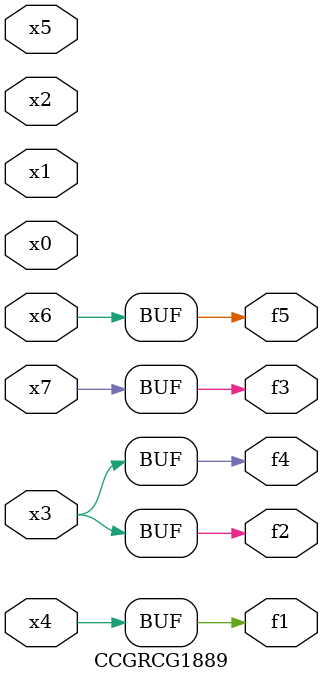
<source format=v>
module CCGRCG1889(
	input x0, x1, x2, x3, x4, x5, x6, x7,
	output f1, f2, f3, f4, f5
);
	assign f1 = x4;
	assign f2 = x3;
	assign f3 = x7;
	assign f4 = x3;
	assign f5 = x6;
endmodule

</source>
